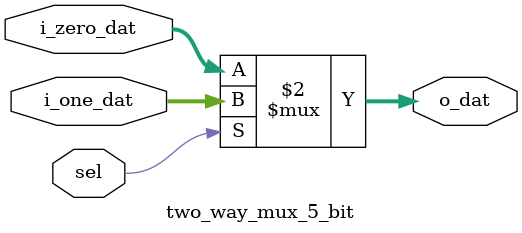
<source format=v>
`timescale 1ns / 1ps

/* Five Bit 2 way MUX */


module two_way_mux_5_bit(
    input       [4:0]      i_zero_dat,
    input       [4:0]      i_one_dat,
    input                   sel,
    output      [4:0]      o_dat
    );

    assign o_dat = (sel == 1'b0) ? i_zero_dat : i_one_dat;
endmodule

</source>
